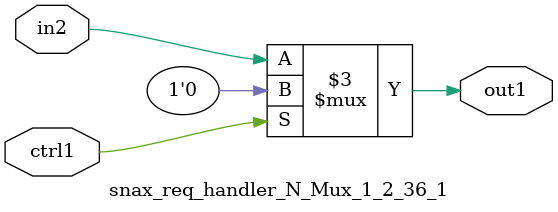
<source format=v>

`timescale 1ps / 1ps


module snax_req_handler_N_Mux_1_2_36_1( in2, ctrl1, out1 );

    input in2;
    input ctrl1;
    output out1;
    reg out1;

    
    // rtl_process:snax_req_handler_N_Mux_1_2_36_1/snax_req_handler_N_Mux_1_2_36_1_thread_1
    always @*
      begin : snax_req_handler_N_Mux_1_2_36_1_thread_1
        case (ctrl1) 
          1'b1: 
            begin
              out1 = 1'b0;
            end
          default: 
            begin
              out1 = in2;
            end
        endcase
      end

endmodule



</source>
